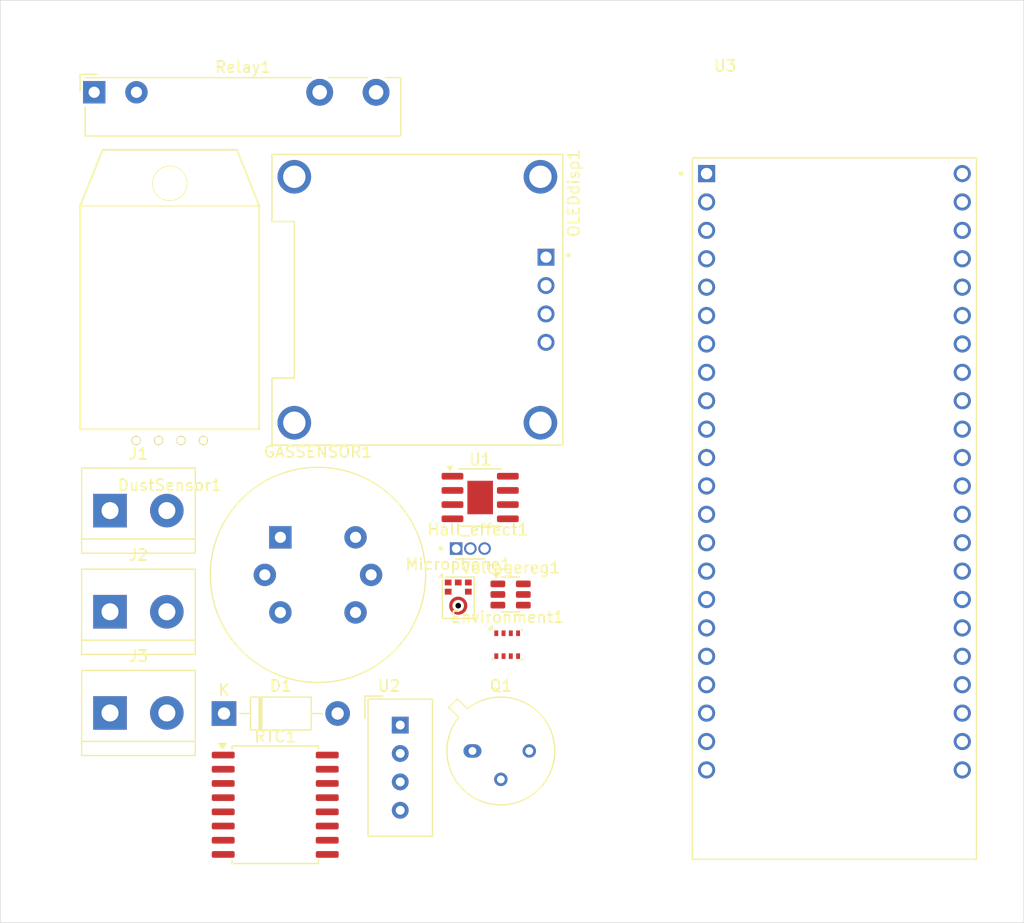
<source format=kicad_pcb>
(kicad_pcb (version 20240108) (generator "pcbnew") (generator_version "8.0")
  (layers (0 "F.Cu" signal) (31 "B.Cu" signal) (34 "B.Paste" user) (35 "F.Paste" user) (36 "B.SilkS" user "B.Silkscreen") (37 "F.SilkS" user "F.Silkscreen") (38 "B.Mask" user) (39 "F.Mask" user) (44 "Edge.Cuts" user))
  (net 0 "")
  (net 2 "/GND")
  (net 4 "/GPIO5")
  (net 5 "+5V")
  (net 7 "Net-(OLEDdisp1-SDA)")
  (net 8 "Net-(OLEDdisp1-SCL)")
  (net 9 "Net-(Q1-C)")
  (net 10 "Net-(Q1-B)")
  (net 17 "/GPIO3")
  (net 21 "Net-(D1-K)")
  (net 22 "Net-(D1-A)")
  (net 23 "/3V3")
  (net 24 "/GPIO1")
  (net 25 "/GPIO18")
  (net 26 "/USB_D-{slash}GPIO19")
  (net 27 "/GPIO0")
  (net 28 "Net-(J1-Pin_1)")
  (net 29 "Net-(J2-Pin_1)")
  (net 30 "Net-(BT1--)")
  (net 31 "Net-(BT1-+)")
  (net 32 "Net-(J3-Pin_2)")
  (net 33 "/GPIO17")
  (net 34 "/GPIO16")
  (net 35 "/GPIO15")
  (net 53 "/5V0")
  (footprint "MLX90217LUA-CAA-000-BU:TO92127P410H430-3" (layer "F.Cu") (at 156.525 98.725)
    (property "Reference" "Hall_effect1" (at 0.675 -1.885 0) (layer "F.SilkS"))
    (property "Value" "MLX90217LUA-CAA-000-BU")
    (fp_line (start 1.3075 0.75) (end -1.3075 0.75) (stroke (width 0.127)) (layer "F.SilkS"))
    (fp_circle (center -2.65 -0.1825) (end -2.55 -0.1825) (stroke (width 0.2)) (fill none) (layer "F.SilkS"))
    (pad "1" thru_hole rect (at -1.27 -0.1825) (size 1.12 1.12) (drill 0.77) (layers "*.Cu" "*.Mask") (net 23 "/3V3"))
    (pad "2" thru_hole circle (at 0 -0.1825) (size 1.12 1.12) (drill 0.77) (layers "*.Cu" "*.Mask") (net 2 "/GND"))
    (pad "3" thru_hole circle (at 1.27 -0.1825) (size 1.12 1.12) (drill 0.77) (layers "*.Cu" "*.Mask"))
  )
  (footprint "Package_SO:SOIC-8-1EP_3.9x4.9mm_P1.27mm_EP2.29x3mm" (layer "F.Cu") (at 157.4 93.975)
    (property "Reference" "U1" (at 0 -3.4 0) (layer "F.SilkS"))
    (property "Value" "TP4056")
    (fp_line (start 0 -2.56) (end -1.95 -2.56) (stroke (width 0.12)) (layer "F.SilkS"))
    (fp_line (start 0 -2.56) (end 1.95 -2.56) (stroke (width 0.12)) (layer "F.SilkS"))
    (fp_line (start 0 2.56) (end -1.95 2.56) (stroke (width 0.12)) (layer "F.SilkS"))
    (fp_line (start 0 2.56) (end 1.95 2.56) (stroke (width 0.12)) (layer "F.SilkS"))
    (fp_poly (pts (xy -2.7 -2.465) (xy -2.94 -2.795) (xy -2.46 -2.795) (xy -2.7 -2.465)) (stroke (width 0.12)) (fill solid) (layer "F.SilkS"))
    (pad "1" smd roundrect (at -2.475 -1.905) (size 1.95 0.6) (layers "F.Cu" "F.Paste" "F.Mask"))
    (pad "2" smd roundrect (at -2.475 -0.635) (size 1.95 0.6) (layers "F.Cu" "F.Paste" "F.Mask"))
    (pad "3" smd roundrect (at -2.475 0.635) (size 1.95 0.6) (layers "F.Cu" "F.Paste" "F.Mask") (net 30 "Net-(BT1--)"))
    (pad "4" smd roundrect (at -2.475 1.905) (size 1.95 0.6) (layers "F.Cu" "F.Paste" "F.Mask") (net 21 "Net-(D1-K)"))
    (pad "5" smd roundrect (at 2.475 1.905) (size 1.95 0.6) (layers "F.Cu" "F.Paste" "F.Mask") (net 32 "Net-(J3-Pin_2)"))
    (pad "6" smd roundrect (at 2.475 0.635) (size 1.95 0.6) (layers "F.Cu" "F.Paste" "F.Mask"))
    (pad "7" smd roundrect (at 2.475 -0.635) (size 1.95 0.6) (layers "F.Cu" "F.Paste" "F.Mask"))
    (pad "8" smd roundrect (at 2.475 -1.905) (size 1.95 0.6) (layers "F.Cu" "F.Paste" "F.Mask"))
    (pad "9" smd rect (at 0 0) (size 2.29 3) (property pad_prop_heatsink) (layers "F.Cu" "F.Mask"))
  )
  (footprint "Package_LGA:Bosch_LGA-8_2.5x2.5mm_P0.65mm_ClockwisePinNumbering" (layer "F.Cu") (at 159.815 107.14)
    (property "Reference" "Environment1" (at 0.015 -2.465 0) (layer "F.SilkS"))
    (property "Value" "BME280")
    (fp_line (start -1.35 1.35) (end -1.35 1.2) (stroke (width 0.1)) (layer "F.SilkS"))
    (fp_line (start -1.35 1.36) (end -1.2 1.36) (stroke (width 0.1)) (layer "F.SilkS"))
    (fp_line (start 1.2 -1.35) (end 1.35 -1.35) (stroke (width 0.1)) (layer "F.SilkS"))
    (fp_line (start 1.35 -1.35) (end 1.35 -1.2) (stroke (width 0.1)) (layer "F.SilkS"))
    (fp_line (start 1.35 1.35) (end 1.2 1.35) (stroke (width 0.1)) (layer "F.SilkS"))
    (fp_line (start 1.35 1.35) (end 1.35 1.2) (stroke (width 0.1)) (layer "F.SilkS"))
    (fp_poly (pts (xy -1.35 -1.35) (xy -1.71 -1.35) (xy -1.35 -1.71) (xy -1.35 -1.35)) (stroke (width 0.12)) (fill solid) (layer "F.SilkS"))
    (pad "1" smd rect (at -0.975 -1.025 90) (size 0.5 0.35) (layers "F.Cu" "F.Paste" "F.Mask") (net 2 "/GND"))
    (pad "2" smd rect (at -0.325 -1.025 90) (size 0.5 0.35) (layers "F.Cu" "F.Paste" "F.Mask") (net 23 "/3V3"))
    (pad "3" smd rect (at 0.325 -1.025 90) (size 0.5 0.35) (layers "F.Cu" "F.Paste" "F.Mask") (net 26 "/USB_D-{slash}GPIO19"))
    (pad "4" smd rect (at 0.975 -1.025 90) (size 0.5 0.35) (layers "F.Cu" "F.Paste" "F.Mask") (net 25 "/GPIO18"))
    (pad "5" smd rect (at 0.975 1.025 90) (size 0.5 0.35) (layers "F.Cu" "F.Paste" "F.Mask") (net 2 "/GND"))
    (pad "6" smd rect (at 0.325 1.025 90) (size 0.5 0.35) (layers "F.Cu" "F.Paste" "F.Mask"))
    (pad "7" smd rect (at -0.325 1.025 90) (size 0.5 0.35) (layers "F.Cu" "F.Paste" "F.Mask") (net 2 "/GND"))
    (pad "8" smd rect (at -0.975 1.025 90) (size 0.5 0.35) (layers "F.Cu" "F.Paste" "F.Mask") (net 23 "/3V3"))
  )
  (footprint "Package_SO:SOIC-16W_7.5x10.3mm_P1.27mm" (layer "F.Cu") (at 139.08 121.455)
    (property "Reference" "RTC1" (at 0 -6.1 0) (layer "F.SilkS"))
    (property "Value" "DS3231M")
    (fp_line (start -3.86 -5.26) (end -3.86 -5.005) (stroke (width 0.12)) (layer "F.SilkS"))
    (fp_line (start -3.86 5.26) (end -3.86 5.005) (stroke (width 0.12)) (layer "F.SilkS"))
    (fp_line (start 0 -5.26) (end -3.86 -5.26) (stroke (width 0.12)) (layer "F.SilkS"))
    (fp_line (start 0 -5.26) (end 3.86 -5.26) (stroke (width 0.12)) (layer "F.SilkS"))
    (fp_line (start 0 5.26) (end -3.86 5.26) (stroke (width 0.12)) (layer "F.SilkS"))
    (fp_line (start 0 5.26) (end 3.86 5.26) (stroke (width 0.12)) (layer "F.SilkS"))
    (fp_line (start 3.86 -5.26) (end 3.86 -5.005) (stroke (width 0.12)) (layer "F.SilkS"))
    (fp_line (start 3.86 5.26) (end 3.86 5.005) (stroke (width 0.12)) (layer "F.SilkS"))
    (fp_poly (pts (xy -4.7125 -5.005) (xy -5.0525 -5.475) (xy -4.3725 -5.475) (xy -4.7125 -5.005)) (stroke (width 0.12)) (fill solid) (layer "F.SilkS"))
    (pad "1" smd roundrect (at -4.65 -4.445) (size 2.05 0.6) (layers "F.Cu" "F.Paste" "F.Mask"))
    (pad "2" smd roundrect (at -4.65 -3.175) (size 2.05 0.6) (layers "F.Cu" "F.Paste" "F.Mask") (net 23 "/3V3"))
    (pad "3" smd roundrect (at -4.65 -1.905) (size 2.05 0.6) (layers "F.Cu" "F.Paste" "F.Mask"))
    (pad "4" smd roundrect (at -4.65 -0.635) (size 2.05 0.6) (layers "F.Cu" "F.Paste" "F.Mask"))
    (pad "5" smd roundrect (at -4.65 0.635) (size 2.05 0.6) (layers "F.Cu" "F.Paste" "F.Mask") (net 2 "/GND"))
    (pad "6" smd roundrect (at -4.65 1.905) (size 2.05 0.6) (layers "F.Cu" "F.Paste" "F.Mask") (net 2 "/GND"))
    (pad "7" smd roundrect (at -4.65 3.175) (size 2.05 0.6) (layers "F.Cu" "F.Paste" "F.Mask") (net 2 "/GND"))
    (pad "8" smd roundrect (at -4.65 4.445) (size 2.05 0.6) (layers "F.Cu" "F.Paste" "F.Mask") (net 2 "/GND"))
    (pad "9" smd roundrect (at 4.65 4.445) (size 2.05 0.6) (layers "F.Cu" "F.Paste" "F.Mask") (net 2 "/GND"))
    (pad "10" smd roundrect (at 4.65 3.175) (size 2.05 0.6) (layers "F.Cu" "F.Paste" "F.Mask") (net 2 "/GND"))
    (pad "11" smd roundrect (at 4.65 1.905) (size 2.05 0.6) (layers "F.Cu" "F.Paste" "F.Mask") (net 2 "/GND"))
    (pad "12" smd roundrect (at 4.65 0.635) (size 2.05 0.6) (layers "F.Cu" "F.Paste" "F.Mask") (net 2 "/GND"))
    (pad "13" smd roundrect (at 4.65 -0.635) (size 2.05 0.6) (layers "F.Cu" "F.Paste" "F.Mask") (net 2 "/GND"))
    (pad "14" smd roundrect (at 4.65 -1.905) (size 2.05 0.6) (layers "F.Cu" "F.Paste" "F.Mask"))
    (pad "15" smd roundrect (at 4.65 -3.175) (size 2.05 0.6) (layers "F.Cu" "F.Paste" "F.Mask") (net 7 "Net-(OLEDdisp1-SDA)"))
    (pad "16" smd roundrect (at 4.65 -4.445) (size 2.05 0.6) (layers "F.Cu" "F.Paste" "F.Mask") (net 8 "Net-(OLEDdisp1-SCL)"))
  )
  (footprint "DM-OLED096-636:MODULE_DM-OLED096-636" (layer "F.Cu") (at 151.7875 76.2875 -90)
    (property "Reference" "OLEDdisp1" (at -9.525 -13.97 90) (layer "F.SilkS"))
    (property "Value" "DM-OLED096-636")
    (fp_line (start -13 13) (end -13 -13) (stroke (width 0.127)) (layer "F.SilkS"))
    (fp_line (start -7 13) (end -13 13) (stroke (width 0.127)) (layer "F.SilkS"))
    (fp_line (start 7 13) (end 7 11) (stroke (width 0.127)) (layer "F.SilkS"))
    (fp_line (start 13 13) (end 7 13) (stroke (width 0.127)) (layer "F.SilkS"))
    (fp_line (start -7 11) (end -7 13) (stroke (width 0.127)) (layer "F.SilkS"))
    (fp_line (start 7 11) (end -7 11) (stroke (width 0.127)) (layer "F.SilkS"))
    (fp_line (start -13 -13) (end 13 -13) (stroke (width 0.127)) (layer "F.SilkS"))
    (fp_line (start 13 -13) (end 13 13) (stroke (width 0.127)) (layer "F.SilkS"))
    (fp_circle (center -4 -13.5) (end -3.9 -13.5) (stroke (width 0.2)) (fill none) (layer "F.SilkS"))
    (pad "1" thru_hole rect (at -3.81 -11.5 270) (size 1.508 1.508) (drill 1) (layers "*.Cu" "*.Mask") (net 2 "/GND"))
    (pad "2" thru_hole circle (at -1.27 -11.5 270) (size 1.508 1.508) (drill 1) (layers "*.Cu" "*.Mask") (net 23 "/3V3"))
    (pad "3" thru_hole circle (at 1.27 -11.5 270) (size 1.508 1.508) (drill 1) (layers "*.Cu" "*.Mask") (net 8 "Net-(OLEDdisp1-SCL)"))
    (pad "4" thru_hole circle (at 3.81 -11.5 270) (size 1.508 1.508) (drill 1) (layers "*.Cu" "*.Mask") (net 7 "Net-(OLEDdisp1-SDA)"))
    (pad "S1" thru_hole circle (at -11 -11 270) (size 3 3) (drill 2) (layers "*.Cu" "*.Mask"))
    (pad "S2" thru_hole circle (at 11 -11 270) (size 3 3) (drill 2) (layers "*.Cu" "*.Mask"))
    (pad "S3" thru_hole circle (at 11 11 270) (size 3 3) (drill 2) (layers "*.Cu" "*.Mask"))
    (pad "S4" thru_hole circle (at -11 11 270) (size 3 3) (drill 2) (layers "*.Cu" "*.Mask"))
  )
  (footprint "Package_TO_SOT_SMD:SOT-23-6" (layer "F.Cu") (at 160.12 102.65)
    (property "Reference" "Voltagereg1" (at 0 -2.4 0) (layer "F.SilkS"))
    (property "Value" "MT3608")
    (fp_line (start 0 -1.56) (end -0.8 -1.56) (stroke (width 0.12)) (layer "F.SilkS"))
    (fp_line (start 0 -1.56) (end 0.8 -1.56) (stroke (width 0.12)) (layer "F.SilkS"))
    (fp_line (start 0 1.56) (end -0.8 1.56) (stroke (width 0.12)) (layer "F.SilkS"))
    (fp_line (start 0 1.56) (end 0.8 1.56) (stroke (width 0.12)) (layer "F.SilkS"))
    (fp_poly (pts (xy -1.3 -1.51) (xy -1.54 -1.84) (xy -1.06 -1.84) (xy -1.3 -1.51)) (stroke (width 0.12)) (fill solid) (layer "F.SilkS"))
    (pad "1" smd roundrect (at -1.1375 -0.95) (size 1.325 0.6) (layers "F.Cu" "F.Paste" "F.Mask"))
    (pad "2" smd roundrect (at -1.1375 0) (size 1.325 0.6) (layers "F.Cu" "F.Paste" "F.Mask") (net 2 "/GND"))
    (pad "3" smd roundrect (at -1.1375 0.95) (size 1.325 0.6) (layers "F.Cu" "F.Paste" "F.Mask") (net 23 "/3V3"))
    (pad "4" smd roundrect (at 1.1375 0.95) (size 1.325 0.6) (layers "F.Cu" "F.Paste" "F.Mask") (net 32 "Net-(J3-Pin_2)"))
    (pad "5" smd roundrect (at 1.1375 0) (size 1.325 0.6) (layers "F.Cu" "F.Paste" "F.Mask") (net 32 "Net-(J3-Pin_2)"))
    (pad "6" smd roundrect (at 1.1375 -0.95) (size 1.325 0.6) (layers "F.Cu" "F.Paste" "F.Mask"))
  )
  (footprint "TerminalBlock:TerminalBlock_bornier-2_P5.08mm" (layer "F.Cu") (at 124.31 113.245)
    (property "Reference" "J3" (at 2.54 -5.08 0) (layer "F.SilkS"))
    (property "Value" "Screw_Terminal_01x02")
    (fp_line (start -2.54 -3.81) (end -2.54 3.81) (stroke (width 0.12)) (layer "F.SilkS"))
    (fp_line (start -2.54 3.81) (end 7.62 3.81) (stroke (width 0.12)) (layer "F.SilkS"))
    (fp_line (start 7.62 -3.81) (end -2.54 -3.81) (stroke (width 0.12)) (layer "F.SilkS"))
    (fp_line (start 7.62 2.54) (end -2.54 2.54) (stroke (width 0.12)) (layer "F.SilkS"))
    (fp_line (start 7.62 3.81) (end 7.62 -3.81) (stroke (width 0.12)) (layer "F.SilkS"))
    (pad "1" thru_hole rect (at 0 0) (size 3 3) (drill 1.52) (layers "*.Cu" "*.Mask") (net 31 "Net-(BT1-+)"))
    (pad "2" thru_hole circle (at 5.08 0) (size 3 3) (drill 1.52) (layers "*.Cu" "*.Mask") (net 32 "Net-(J3-Pin_2)"))
  )
  (footprint "Relay_THT:Relay_SPST-NO_Fujitsu_FTR-LYAA005x_FormA_Vertical" (layer "F.Cu") (at 122.895 57.73)
    (property "Reference" "Relay1" (at 13.3 -2.25 0) (layer "F.SilkS"))
    (property "Value" "Fujitsu_FTR-LYAA005x")
    (fp_line (start -1.26 -1.61) (end 0.24 -1.61) (stroke (width 0.12)) (layer "F.SilkS"))
    (fp_line (start -1.26 -0.11) (end -1.26 -1.61) (stroke (width 0.12)) (layer "F.SilkS"))
    (fp_line (start -0.81 3.91) (end -0.81 1.3) (stroke (width 0.12)) (layer "F.SilkS"))
    (fp_line (start -0.81 3.91) (end 27.41 3.91) (stroke (width 0.12)) (layer "F.SilkS"))
    (fp_line (start 19.4 -1.31) (end -0.81 -1.31) (stroke (width 0.12)) (layer "F.SilkS"))
    (fp_line (start 20.94 -1.31) (end 24.42 -1.31) (stroke (width 0.12)) (layer "F.SilkS"))
    (fp_line (start 26 -1.31) (end 27.41 -1.31) (stroke (width 0.12)) (layer "F.SilkS"))
    (fp_line (start 27.41 3.91) (end 27.41 -1.31) (stroke (width 0.12)) (layer "F.SilkS"))
    (pad "13" thru_hole circle (at 20.16 0) (size 2.4 2.4) (drill 1.3) (layers "*.Cu" "*.Mask"))
    (pad "14" thru_hole circle (at 25.2 0) (size 2.4 2.4) (drill 1.3) (layers "*.Cu" "*.Mask"))
    (pad "A1" thru_hole rect (at 0 0) (size 2 2) (drill 1) (layers "*.Cu" "*.Mask") (net 9 "Net-(Q1-C)"))
    (pad "A2" thru_hole circle (at 3.78 0) (size 2 2) (drill 1) (layers "*.Cu" "*.Mask") (net 5 "+5V"))
  )
  (footprint "ESP32-S3-DEVKITC-1-N8R2:XCVR_ESP32-S3-DEVKITC-1-N8R2" (layer "F.Cu") (at 189.07 94.97)
    (property "Reference" "U3" (at -9.775 -39.605 0) (layer "F.SilkS"))
    (property "Value" "ESP32-S3-DEVKITC-1-N8R2")
    (fp_line (start -12.7 -31.37) (end 12.7 -31.37) (stroke (width 0.127)) (layer "F.SilkS"))
    (fp_line (start -12.7 31.37) (end -12.7 -31.37) (stroke (width 0.127)) (layer "F.SilkS"))
    (fp_line (start 12.7 -31.37) (end 12.7 31.37) (stroke (width 0.127)) (layer "F.SilkS"))
    (fp_line (start 12.7 31.37) (end -12.7 31.37) (stroke (width 0.127)) (layer "F.SilkS"))
    (fp_circle (center -13.716 -29.972) (end -13.616 -29.972) (stroke (width 0.2)) (fill none) (layer "F.SilkS"))
    (pad "J1_1" thru_hole rect (at -11.43 -29.97) (size 1.53 1.53) (drill 1.02) (layers "*.Cu" "*.Mask") (net 23 "/3V3"))
    (pad "J1_2" thru_hole circle (at -11.43 -27.43) (size 1.53 1.53) (drill 1.02) (layers "*.Cu" "*.Mask") (net 23 "/3V3"))
    (pad "J1_3" thru_hole circle (at -11.43 -24.89) (size 1.53 1.53) (drill 1.02) (layers "*.Cu" "*.Mask"))
    (pad "J1_4" thru_hole circle (at -11.43 -22.35) (size 1.53 1.53) (drill 1.02) (layers "*.Cu" "*.Mask"))
    (pad "J1_5" thru_hole circle (at -11.43 -19.81) (size 1.53 1.53) (drill 1.02) (layers "*.Cu" "*.Mask") (net 4 "/GPIO5"))
    (pad "J1_6" thru_hole circle (at -11.43 -17.27) (size 1.53 1.53) (drill 1.02) (layers "*.Cu" "*.Mask"))
    (pad "J1_7" thru_hole circle (at -11.43 -14.73) (size 1.53 1.53) (drill 1.02) (layers "*.Cu" "*.Mask"))
    (pad "J1_8" thru_hole circle (at -11.43 -12.19) (size 1.53 1.53) (drill 1.02) (layers "*.Cu" "*.Mask") (net 35 "/GPIO15"))
    (pad "J1_9" thru_hole circle (at -11.43 -9.65) (size 1.53 1.53) (drill 1.02) (layers "*.Cu" "*.Mask") (net 34 "/GPIO16"))
    (pad "J1_10" thru_hole circle (at -11.43 -7.11) (size 1.53 1.53) (drill 1.02) (layers "*.Cu" "*.Mask") (net 33 "/GPIO17"))
    (pad "J1_11" thru_hole circle (at -11.43 -4.57) (size 1.53 1.53) (drill 1.02) (layers "*.Cu" "*.Mask") (net 25 "/GPIO18"))
    (pad "J1_12" thru_hole circle (at -11.43 -2.03) (size 1.53 1.53) (drill 1.02) (layers "*.Cu" "*.Mask") (net 7 "Net-(OLEDdisp1-SDA)"))
    (pad "J1_13" thru_hole circle (at -11.43 0.51) (size 1.53 1.53) (drill 1.02) (layers "*.Cu" "*.Mask") (net 17 "/GPIO3"))
    (pad "J1_14" thru_hole circle (at -11.43 3.05) (size 1.53 1.53) (drill 1.02) (layers "*.Cu" "*.Mask"))
    (pad "J1_15" thru_hole circle (at -11.43 5.59) (size 1.53 1.53) (drill 1.02) (layers "*.Cu" "*.Mask") (net 8 "Net-(OLEDdisp1-SCL)"))
    (pad "J1_16" thru_hole circle (at -11.43 8.13) (size 1.53 1.53) (drill 1.02) (layers "*.Cu" "*.Mask"))
    (pad "J1_17" thru_hole circle (at -11.43 10.67) (size 1.53 1.53) (drill 1.02) (layers "*.Cu" "*.Mask"))
    (pad "J1_18" thru_hole circle (at -11.43 13.21) (size 1.53 1.53) (drill 1.02) (layers "*.Cu" "*.Mask"))
    (pad "J1_19" thru_hole circle (at -11.43 15.75) (size 1.53 1.53) (drill 1.02) (layers "*.Cu" "*.Mask"))
    (pad "J1_20" thru_hole circle (at -11.43 18.29) (size 1.53 1.53) (drill 1.02) (layers "*.Cu" "*.Mask"))
    (pad "J1_21" thru_hole circle (at -11.43 20.83) (size 1.53 1.53) (drill 1.02) (layers "*.Cu" "*.Mask") (net 53 "/5V0"))
    (pad "J1_22" thru_hole circle (at -11.43 23.37) (size 1.53 1.53) (drill 1.02) (layers "*.Cu" "*.Mask") (net 2 "/GND"))
    (pad "J3_1" thru_hole circle (at 11.43 -29.97) (size 1.53 1.53) (drill 1.02) (layers "*.Cu" "*.Mask") (net 2 "/GND"))
    (pad "J3_2" thru_hole circle (at 11.43 -27.43) (size 1.53 1.53) (drill 1.02) (layers "*.Cu" "*.Mask"))
    (pad "J3_3" thru_hole circle (at 11.43 -24.89) (size 1.53 1.53) (drill 1.02) (layers "*.Cu" "*.Mask"))
    (pad "J3_4" thru_hole circle (at 11.43 -22.35) (size 1.53 1.53) (drill 1.02) (layers "*.Cu" "*.Mask") (net 24 "/GPIO1"))
    (pad "J3_5" thru_hole circle (at 11.43 -19.81) (size 1.53 1.53) (drill 1.02) (layers "*.Cu" "*.Mask"))
    (pad "J3_6" thru_hole circle (at 11.43 -17.27) (size 1.53 1.53) (drill 1.02) (layers "*.Cu" "*.Mask"))
    (pad "J3_7" thru_hole circle (at 11.43 -14.73) (size 1.53 1.53) (drill 1.02) (layers "*.Cu" "*.Mask"))
    (pad "J3_8" thru_hole circle (at 11.43 -12.19) (size 1.53 1.53) (drill 1.02) (layers "*.Cu" "*.Mask"))
    (pad "J3_9" thru_hole circle (at 11.43 -9.65) (size 1.53 1.53) (drill 1.02) (layers "*.Cu" "*.Mask"))
    (pad "J3_10" thru_hole circle (at 11.43 -7.11) (size 1.53 1.53) (drill 1.02) (layers "*.Cu" "*.Mask"))
    (pad "J3_11" thru_hole circle (at 11.43 -4.57) (size 1.53 1.53) (drill 1.02) (layers "*.Cu" "*.Mask"))
    (pad "J3_12" thru_hole circle (at 11.43 -2.03) (size 1.53 1.53) (drill 1.02) (layers "*.Cu" "*.Mask"))
    (pad "J3_13" thru_hole circle (at 11.43 0.51) (size 1.53 1.53) (drill 1.02) (layers "*.Cu" "*.Mask"))
    (pad "J3_14" thru_hole circle (at 11.43 3.05) (size 1.53 1.53) (drill 1.02) (layers "*.Cu" "*.Mask") (net 27 "/GPIO0"))
    (pad "J3_15" thru_hole circle (at 11.43 5.59) (size 1.53 1.53) (drill 1.02) (layers "*.Cu" "*.Mask"))
    (pad "J3_16" thru_hole circle (at 11.43 8.13) (size 1.53 1.53) (drill 1.02) (layers "*.Cu" "*.Mask"))
    (pad "J3_17" thru_hole circle (at 11.43 10.67) (size 1.53 1.53) (drill 1.02) (layers "*.Cu" "*.Mask"))
    (pad "J3_18" thru_hole circle (at 11.43 13.21) (size 1.53 1.53) (drill 1.02) (layers "*.Cu" "*.Mask"))
    (pad "J3_19" thru_hole circle (at 11.43 15.75) (size 1.53 1.53) (drill 1.02) (layers "*.Cu" "*.Mask") (net 10 "Net-(Q1-B)"))
    (pad "J3_20" thru_hole circle (at 11.43 18.29) (size 1.53 1.53) (drill 1.02) (layers "*.Cu" "*.Mask") (net 26 "/USB_D-{slash}GPIO19"))
    (pad "J3_21" thru_hole circle (at 11.43 20.83) (size 1.53 1.53) (drill 1.02) (layers "*.Cu" "*.Mask") (net 2 "/GND"))
    (pad "J3_22" thru_hole circle (at 11.43 23.37) (size 1.53 1.53) (drill 1.02) (layers "*.Cu" "*.Mask") (net 2 "/GND"))
  )
  (footprint "Sensor_Audio:InvenSense_ICS-43434-6_3.5x2.65mm" (layer "F.Cu") (at 155.44 102.94)
    (property "Reference" "Microphone1" (at 0 -3 0) (layer "F.SilkS"))
    (property "Value" "ICS-43434")
    (fp_line (start -1.425 1.85) (end -1.425 -1.55) (stroke (width 0.12)) (layer "F.SilkS"))
    (fp_line (start -1.125 -1.85) (end 1.425 -1.85) (stroke (width 0.12)) (layer "F.SilkS"))
    (fp_line (start 1.425 -1.85) (end 1.425 1.85) (stroke (width 0.12)) (layer "F.SilkS"))
    (fp_line (start 1.425 1.85) (end -1.425 1.85) (stroke (width 0.12)) (layer "F.SilkS"))
    (fp_poly (pts (xy -1.425 -1.85) (xy -1.705 -1.85) (xy -1.425 -2.13) (xy -1.425 -1.85)) (stroke (width 0.12)) (fill solid) (layer "F.SilkS"))
    (pad "" np_thru_hole circle (at 0 0.71) (size 0.5 0.5) (drill 0.5) (layers "*.Mask"))
    (pad "1" smd rect (at -0.9 -1.364) (size 0.6 0.522) (layers "F.Cu" "F.Mask") (net 33 "/GPIO17"))
    (pad "2" smd rect (at -0.9 -0.542) (size 0.6 0.522) (layers "F.Cu" "F.Mask") (net 33 "/GPIO17"))
    (pad "3" smd custom (at 0.6625 0.71 90) (size 0.3 0.3) (layers "F.Cu" "F.Mask") (net 2 "/GND") (options (clearance outline) (anchor circle)) (primitives (gr_circle (center 0 -0.6625) (end 0.6625 -0.6625) (width 0.3) (fill no))))
    (pad "4" smd rect (at 0.9 -0.542) (size 0.6 0.522) (layers "F.Cu" "F.Mask") (net 34 "/GPIO16"))
    (pad "5" smd rect (at 0.9 -1.364) (size 0.6 0.522) (layers "F.Cu" "F.Mask") (net 23 "/3V3"))
    (pad "6" smd rect (at 0 -1.364) (size 0.6 0.522) (layers "F.Cu" "F.Mask") (net 35 "/GPIO15"))
  )
  (footprint "Sensor:MQ-6" (layer "F.Cu") (at 139.54 97.535)
    (property "Reference" "GASSENSOR1" (at 3.36 -7.64 0) (layer "F.SilkS"))
    (property "Value" "MQ-6")
    (fp_circle (center 3.36 3.36) (end 12.985 3.36) (stroke (width 0.12)) (fill none) (layer "F.SilkS"))
    (pad "1" thru_hole rect (at 0 0) (size 2 2) (drill 1) (layers "*.Cu" "*.Mask") (net 27 "/GPIO0"))
    (pad "2" thru_hole circle (at -1.39 3.36) (size 2 2) (drill 1) (layers "*.Cu" "*.Mask") (net 5 "+5V"))
    (pad "3" thru_hole circle (at 0 6.72 90) (size 2 2) (drill 1) (layers "*.Cu" "*.Mask") (net 2 "/GND"))
    (pad "4" thru_hole circle (at 6.72 6.72 180) (size 2 2) (drill 1) (layers "*.Cu" "*.Mask") (net 5 "+5V"))
    (pad "5" thru_hole circle (at 8.11 3.36) (size 2 2) (drill 1) (layers "*.Cu" "*.Mask") (net 2 "/GND"))
    (pad "6" thru_hole circle (at 6.72 0 270) (size 2 2) (drill 1) (layers "*.Cu" "*.Mask") (net 24 "/GPIO1"))
  )
  (footprint "Diode_THT:D_DO-41_SOD81_P10.16mm_Horizontal" (layer "F.Cu") (at 134.5 113.295)
    (property "Reference" "D1" (at 5.08 -2.47 0) (layer "F.SilkS"))
    (property "Value" "1N5819")
    (fp_line (start 1.34 0) (end 2.36 0) (stroke (width 0.12)) (layer "F.SilkS"))
    (fp_line (start 2.36 -1.47) (end 2.36 1.47) (stroke (width 0.12)) (layer "F.SilkS"))
    (fp_line (start 2.36 1.47) (end 7.8 1.47) (stroke (width 0.12)) (layer "F.SilkS"))
    (fp_line (start 3.14 -1.47) (end 3.14 1.47) (stroke (width 0.12)) (layer "F.SilkS"))
    (fp_line (start 3.26 -1.47) (end 3.26 1.47) (stroke (width 0.12)) (layer "F.SilkS"))
    (fp_line (start 3.38 -1.47) (end 3.38 1.47) (stroke (width 0.12)) (layer "F.SilkS"))
    (fp_line (start 7.8 -1.47) (end 2.36 -1.47) (stroke (width 0.12)) (layer "F.SilkS"))
    (fp_line (start 7.8 1.47) (end 7.8 -1.47) (stroke (width 0.12)) (layer "F.SilkS"))
    (fp_line (start 8.82 0) (end 7.8 0) (stroke (width 0.12)) (layer "F.SilkS"))
    (fp_text user "K" (at 0 -2.1 0) (layer "F.SilkS"))
    (pad "1" thru_hole rect (at 0 0) (size 2.2 2.2) (drill 1.1) (layers "*.Cu" "*.Mask") (net 21 "Net-(D1-K)"))
    (pad "2" thru_hole oval (at 10.16 0) (size 2.2 2.2) (drill 1.1) (layers "*.Cu" "*.Mask") (net 22 "Net-(D1-A)"))
  )
  (footprint "dht:DHT22" (layer "F.Cu") (at 129.65 89.875)
    (property "Reference" "DustSensor1" (at 0 3 0) (layer "F.SilkS"))
    (property "Value" "DHT22")
    (fp_line (start -8 -22) (end -8 -2) (stroke (width 0.15)) (layer "F.SilkS"))
    (fp_line (start -8 -22) (end -6 -27) (stroke (width 0.15)) (layer "F.SilkS"))
    (fp_line (start -8 -21) (end -8 -22) (stroke (width 0.15)) (layer "F.SilkS"))
    (fp_line (start -8 -2) (end 8 -2) (stroke (width 0.15)) (layer "F.SilkS"))
    (fp_line (start 6 -27) (end -6 -27) (stroke (width 0.15)) (layer "F.SilkS"))
    (fp_line (start 8 -22) (end -8 -22) (stroke (width 0.15)) (layer "F.SilkS"))
    (fp_line (start 8 -22) (end 6 -27) (stroke (width 0.15)) (layer "F.SilkS"))
    (fp_line (start 8 -2) (end 8 -22) (stroke (width 0.15)) (layer "F.SilkS"))
    (fp_circle (center 0 -24) (end 1.5 -24) (stroke (width 0.15)) (fill none) (layer "F.SilkS"))
    (pad "1" thru_hole circle (at -3 -1) (size 0.8 0.8) (drill 0.6) (layers "*.Cu" "*.Mask" "F.SilkS") (net 23 "/3V3"))
    (pad "2" thru_hole circle (at -1 -1) (size 0.8 0.8) (drill 0.6) (layers "*.Cu" "*.Mask" "F.SilkS") (net 24 "/GPIO1"))
    (pad "3" thru_hole circle (at 1 -1) (size 0.8 0.8) (drill 0.6) (layers "*.Cu" "*.Mask" "F.SilkS"))
    (pad "4" thru_hole circle (at 3 -1) (size 0.8 0.8) (drill 0.6) (layers "*.Cu" "*.Mask" "F.SilkS") (net 2 "/GND"))
    (pad "~" thru_hole circle (at 0 -24) (size 3 3) (drill 3) (layers "*.Cu" "*.Mask" "F.SilkS"))
  )
  (footprint "TerminalBlock:TerminalBlock_bornier-2_P5.08mm" (layer "F.Cu") (at 124.31 95.145)
    (property "Reference" "J1" (at 2.54 -5.08 0) (layer "F.SilkS"))
    (property "Value" "Screw_Terminal_01x02")
    (fp_line (start -2.54 -3.81) (end -2.54 3.81) (stroke (width 0.12)) (layer "F.SilkS"))
    (fp_line (start -2.54 3.81) (end 7.62 3.81) (stroke (width 0.12)) (layer "F.SilkS"))
    (fp_line (start 7.62 -3.81) (end -2.54 -3.81) (stroke (width 0.12)) (layer "F.SilkS"))
    (fp_line (start 7.62 2.54) (end -2.54 2.54) (stroke (width 0.12)) (layer "F.SilkS"))
    (fp_line (start 7.62 3.81) (end 7.62 -3.81) (stroke (width 0.12)) (layer "F.SilkS"))
    (pad "1" thru_hole rect (at 0 0) (size 3 3) (drill 1.52) (layers "*.Cu" "*.Mask") (net 28 "Net-(J1-Pin_1)"))
    (pad "2" thru_hole circle (at 5.08 0) (size 3 3) (drill 1.52) (layers "*.Cu" "*.Mask") (net 22 "Net-(D1-A)"))
  )
  (footprint "Package_TO_SOT_THT:TO-39-3" (layer "F.Cu") (at 156.71 116.645)
    (property "Reference" "Q1" (at 2.54 -5.82 0) (layer "F.SilkS"))
    (property "Value" "2N2219")
    (fp_line (start -2.125856 -3.888039) (end -1.234902 -2.997084) (stroke (width 0.12)) (layer "F.SilkS"))
    (fp_line (start -1.348039 -4.665856) (end -2.125856 -3.888039) (stroke (width 0.12)) (layer "F.SilkS"))
    (fp_line (start -0.457084 -3.774902) (end -1.348039 -4.665856) (stroke (width 0.12)) (layer "F.SilkS"))
    (fp_arc (start -0.457084 -3.774902) (mid 5.948125 3.408384) (end -1.234674 -2.997371) (stroke (width 0.12)) (layer "F.SilkS"))
    (pad "1" thru_hole oval (at 0 0) (size 1.6 1.2) (drill 0.7) (layers "*.Cu" "*.Mask") (net 2 "/GND"))
    (pad "2" thru_hole oval (at 2.54 2.54) (size 1.2 1.2) (drill 0.7) (layers "*.Cu" "*.Mask") (net 10 "Net-(Q1-B)"))
    (pad "3" thru_hole oval (at 5.08 0) (size 1.2 1.2) (drill 0.7) (layers "*.Cu" "*.Mask") (net 9 "Net-(Q1-C)"))
  )
  (footprint "TerminalBlock:TerminalBlock_bornier-2_P5.08mm" (layer "F.Cu") (at 124.31 104.195)
    (property "Reference" "J2" (at 2.54 -5.08 0) (layer "F.SilkS"))
    (property "Value" "Screw_Terminal_01x02")
    (fp_line (start -2.54 -3.81) (end -2.54 3.81) (stroke (width 0.12)) (layer "F.SilkS"))
    (fp_line (start -2.54 3.81) (end 7.62 3.81) (stroke (width 0.12)) (layer "F.SilkS"))
    (fp_line (start 7.62 -3.81) (end -2.54 -3.81) (stroke (width 0.12)) (layer "F.SilkS"))
    (fp_line (start 7.62 2.54) (end -2.54 2.54) (stroke (width 0.12)) (layer "F.SilkS"))
    (fp_line (start 7.62 3.81) (end 7.62 -3.81) (stroke (width 0.12)) (layer "F.SilkS"))
    (pad "1" thru_hole rect (at 0 0) (size 3 3) (drill 1.52) (layers "*.Cu" "*.Mask") (net 29 "Net-(J2-Pin_1)"))
    (pad "2" thru_hole circle (at 5.08 0) (size 3 3) (drill 1.52) (layers "*.Cu" "*.Mask") (net 30 "Net-(BT1--)"))
  )
  (footprint "Sensor:Aosong_DHT11_5.5x12.0_P2.54mm" (layer "F.Cu") (at 150.255 114.33)
    (property "Reference" "U2" (at -1 -3.5 0) (layer "F.SilkS"))
    (property "Value" "DHT11")
    (fp_line (start -3.16 -2.6) (end -3.16 -0.6) (stroke (width 0.12)) (layer "F.SilkS"))
    (fp_line (start -3.16 -2.6) (end -1.55 -2.6) (stroke (width 0.12)) (layer "F.SilkS"))
    (fp_line (start -2.88 9.94) (end -2.88 -2.31) (stroke (width 0.12)) (layer "F.SilkS"))
    (fp_line (start -2.87 -2.32) (end 2.87 -2.32) (stroke (width 0.12)) (layer "F.SilkS"))
    (fp_line (start 2.88 -2.32) (end 2.88 9.94) (stroke (width 0.12)) (layer "F.SilkS"))
    (fp_line (start 2.88 9.94) (end -2.88 9.94) (stroke (width 0.12)) (layer "F.SilkS"))
    (pad "1" thru_hole rect (at 0 0) (size 1.5 1.5) (drill 0.8) (layers "*.Cu" "*.Mask") (net 23 "/3V3"))
    (pad "2" thru_hole circle (at 0 2.54) (size 1.5 1.5) (drill 0.8) (layers "*.Cu" "*.Mask") (net 17 "/GPIO3"))
    (pad "3" thru_hole circle (at 0 5.08) (size 1.5 1.5) (drill 0.8) (layers "*.Cu" "*.Mask"))
    (pad "4" thru_hole circle (at 0 7.62) (size 1.5 1.5) (drill 0.8) (layers "*.Cu" "*.Mask") (net 2 "/GND"))
  )
  (gr_rect (start 114.5 49.5) (end 206 132) (stroke (width 0.05)) (fill none) (layer "Edge.Cuts"))
)
</source>
